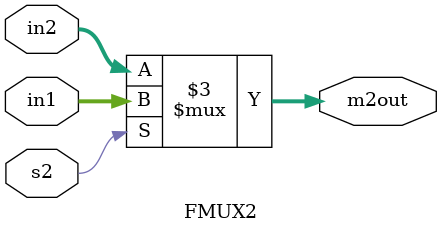
<source format=v>
module FMUX2 #(parameter WIDTH = 8)(
        input wire [WIDTH-1:0] in1,
        input wire [WIDTH-1:0] in2,
        input wire s2,
        output reg [WIDTH-1:0] m2out);

    always @(in1, in2, s2) begin
        if(s2) begin
            m2out = in1;
        end else begin
            m2out = in2;
        end
    end
endmodule //MUX2

</source>
